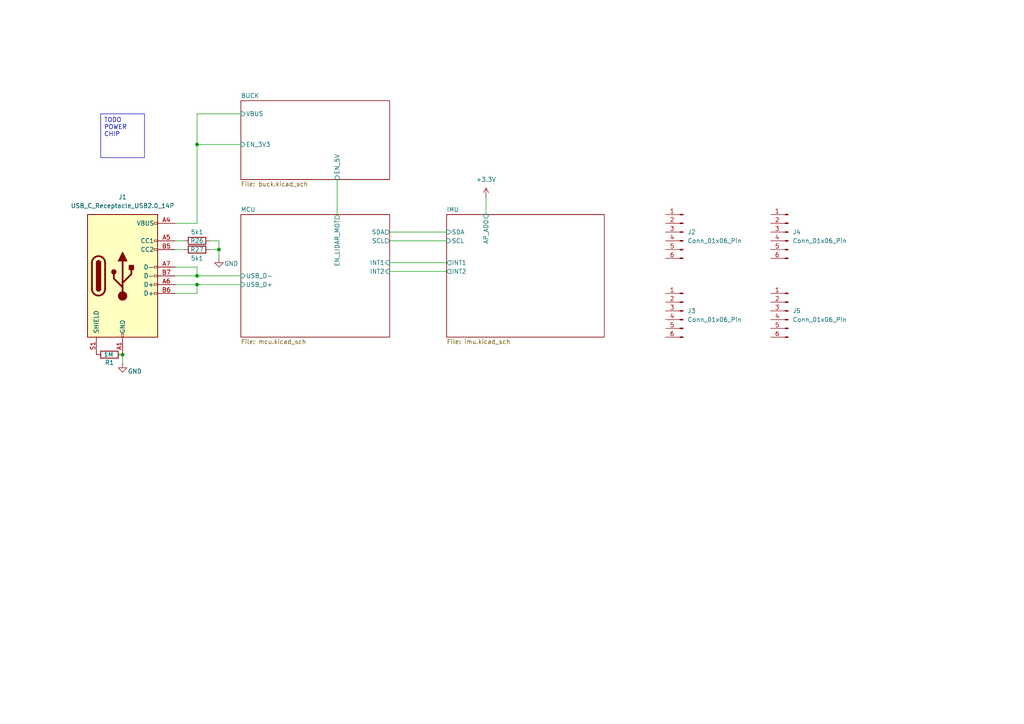
<source format=kicad_sch>
(kicad_sch (version 20250114) (generator "eeschema") (generator_version "9.0")
  (paper "A4")
  (lib_symbols
    (symbol "Connector:Conn_01x06_Pin" (pin_names (offset 1.016) (hide yes))
      (property "Reference" "J" (at 0 7.62 0))
      (property "Value" "Conn_01x06_Pin" (at 0 -10.16 0))
      (symbol "Conn_01x06_Pin_1_1"
        (rectangle (start 0.8636 5.207) (end 0 4.953) (stroke (width 0.1524)) (fill (type outline)))
        (rectangle (start 0.8636 2.667) (end 0 2.413) (stroke (width 0.1524)) (fill (type outline)))
        (rectangle (start 0.8636 0.127) (end 0 -0.127) (stroke (width 0.1524)) (fill (type outline)))
        (rectangle (start 0.8636 -2.413) (end 0 -2.667) (stroke (width 0.1524)) (fill (type outline)))
        (rectangle (start 0.8636 -4.953) (end 0 -5.207) (stroke (width 0.1524)) (fill (type outline)))
        (rectangle (start 0.8636 -7.493) (end 0 -7.747) (stroke (width 0.1524)) (fill (type outline)))
        (polyline (pts (xy 1.27 5.08) (xy 0.8636 5.08)) (stroke (width 0.1524)))
        (polyline (pts (xy 1.27 2.54) (xy 0.8636 2.54)) (stroke (width 0.1524)))
        (polyline (pts (xy 1.27 0) (xy 0.8636 0)) (stroke (width 0.1524)))
        (polyline (pts (xy 1.27 -2.54) (xy 0.8636 -2.54)) (stroke (width 0.1524)))
        (polyline (pts (xy 1.27 -5.08) (xy 0.8636 -5.08)) (stroke (width 0.1524)))
        (polyline (pts (xy 1.27 -7.62) (xy 0.8636 -7.62)) (stroke (width 0.1524)))
        (pin passive line (at 5.08 5.08 180) (length 3.81) (name "Pin_1") (number "1"))
        (pin passive line (at 5.08 2.54 180) (length 3.81) (name "Pin_2") (number "2"))
        (pin passive line (at 5.08 0 180) (length 3.81) (name "Pin_3") (number "3"))
        (pin passive line (at 5.08 -2.54 180) (length 3.81) (name "Pin_4") (number "4"))
        (pin passive line (at 5.08 -5.08 180) (length 3.81) (name "Pin_5") (number "5"))
        (pin passive line (at 5.08 -7.62 180) (length 3.81) (name "Pin_6") (number "6"))
      )
    )
    (symbol "Connector:USB_C_Receptacle_USB2.0_14P" (pin_names (offset 1.016))
      (property "Reference" "J" (at 0 22.225 0))
      (property "Value" "USB_C_Receptacle_USB2.0_14P" (at 0 19.685 0))
      (symbol "USB_C_Receptacle_USB2.0_14P_0_0"
        (rectangle (start -0.254 -17.78) (end 0.254 -16.764))
        (rectangle (start 10.16 15.494) (end 9.144 14.986))
        (rectangle (start 10.16 10.414) (end 9.144 9.906))
        (rectangle (start 10.16 7.874) (end 9.144 7.366))
        (rectangle (start 10.16 2.794) (end 9.144 2.286))
        (rectangle (start 10.16 0.254) (end 9.144 -0.254))
        (rectangle (start 10.16 -2.286) (end 9.144 -2.794))
        (rectangle (start 10.16 -4.826) (end 9.144 -5.334))
      )
      (symbol "USB_C_Receptacle_USB2.0_14P_0_1"
        (rectangle (start -10.16 17.78) (end 10.16 -17.78) (stroke (width 0.254)) (fill (type background)))
        (polyline (pts (xy -8.89 -3.81) (xy -8.89 3.81)) (stroke (width 0.508)))
        (rectangle (start -7.62 -3.81) (end -6.35 3.81) (stroke (width 0.254)) (fill (type outline)))
        (arc (start -7.62 3.81) (mid -6.985 4.4423) (end -6.35 3.81) (stroke (width 0.254)))
        (arc (start -7.62 3.81) (mid -6.985 4.4423) (end -6.35 3.81) (stroke (width 0.254)) (fill (type outline)))
        (arc (start -8.89 3.81) (mid -6.985 5.7067) (end -5.08 3.81) (stroke (width 0.508)))
        (arc (start -5.08 -3.81) (mid -6.985 -5.7067) (end -8.89 -3.81) (stroke (width 0.508)))
        (arc (start -6.35 -3.81) (mid -6.985 -4.4423) (end -7.62 -3.81) (stroke (width 0.254)))
        (arc (start -6.35 -3.81) (mid -6.985 -4.4423) (end -7.62 -3.81) (stroke (width 0.254)) (fill (type outline)))
        (polyline (pts (xy -5.08 3.81) (xy -5.08 -3.81)) (stroke (width 0.508)))
        (circle (center -2.54 1.143) (radius 0.635) (stroke (width 0.254)) (fill (type outline)))
        (polyline (pts (xy -1.27 4.318) (xy 0 6.858) (xy 1.27 4.318) (xy -1.27 4.318)) (stroke (width 0.254)) (fill (type outline)))
        (polyline (pts (xy 0 -2.032) (xy 2.54 0.508) (xy 2.54 1.778)) (stroke (width 0.508)))
        (polyline (pts (xy 0 -3.302) (xy -2.54 -0.762) (xy -2.54 0.508)) (stroke (width 0.508)))
        (polyline (pts (xy 0 -5.842) (xy 0 4.318)) (stroke (width 0.508)))
        (circle (center 0 -5.842) (radius 1.27) (fill (type outline)))
        (rectangle (start 1.905 1.778) (end 3.175 3.048) (stroke (width 0.254)) (fill (type outline)))
      )
      (symbol "USB_C_Receptacle_USB2.0_14P_1_1"
        (pin passive line (at -7.62 -22.86 90) (length 5.08) (name "SHIELD") (number "S1"))
        (pin passive line (at 0 -22.86 90) (length 5.08) (name "GND") (number "A1"))
        (pin passive line (at 0 -22.86 90) (length 5.08) (hide yes) (name "GND") (number "A12"))
        (pin passive line (at 0 -22.86 90) (length 5.08) (hide yes) (name "GND") (number "B1"))
        (pin passive line (at 0 -22.86 90) (length 5.08) (hide yes) (name "GND") (number "B12"))
        (pin passive line (at 15.24 15.24 180) (length 5.08) (name "VBUS") (number "A4"))
        (pin passive line (at 15.24 15.24 180) (length 5.08) (hide yes) (name "VBUS") (number "A9"))
        (pin passive line (at 15.24 15.24 180) (length 5.08) (hide yes) (name "VBUS") (number "B4"))
        (pin passive line (at 15.24 15.24 180) (length 5.08) (hide yes) (name "VBUS") (number "B9"))
        (pin bidirectional line (at 15.24 10.16 180) (length 5.08) (name "CC1") (number "A5"))
        (pin bidirectional line (at 15.24 7.62 180) (length 5.08) (name "CC2") (number "B5"))
        (pin bidirectional line (at 15.24 2.54 180) (length 5.08) (name "D-") (number "A7"))
        (pin bidirectional line (at 15.24 0 180) (length 5.08) (name "D-") (number "B7"))
        (pin bidirectional line (at 15.24 -2.54 180) (length 5.08) (name "D+") (number "A6"))
        (pin bidirectional line (at 15.24 -5.08 180) (length 5.08) (name "D+") (number "B6"))
      )
    )
    (symbol "Device:R" (pin_numbers (hide yes)) (pin_names (offset 0))
      (property "Reference" "R" (at 2.032 0 90))
      (property "Value" "R" (at 0 0 90))
      (symbol "R_0_1"
        (rectangle (start -1.016 -2.54) (end 1.016 2.54) (stroke (width 0.254)))
      )
      (symbol "R_1_1"
        (pin passive line (at 0 3.81 270) (length 1.27) (name "~") (number "1"))
        (pin passive line (at 0 -3.81 90) (length 1.27) (name "~") (number "2"))
      )
    )
    (symbol "power:+3.3V" (power) (pin_numbers (hide yes)) (pin_names (offset 0) (hide yes))
      (property "Value" "+3.3V" (at 0 3.556 0))
      (symbol "+3.3V_0_1"
        (polyline (pts (xy -0.762 1.27) (xy 0 2.54)))
        (polyline (pts (xy 0 2.54) (xy 0.762 1.27)))
        (polyline (pts (xy 0 0) (xy 0 2.54)))
      )
      (symbol "+3.3V_1_1"
        (pin power_in line (at 0 0 90) (length 0) (name "~") (number "1"))
      )
    )
    (symbol "power:GND" (power) (pin_numbers (hide yes)) (pin_names (offset 0) (hide yes))
      (property "Value" "GND" (at 0 -3.81 0))
      (symbol "GND_0_1"
        (polyline (pts (xy 0 0) (xy 0 -1.27) (xy 1.27 -1.27) (xy 0 -2.54) (xy -1.27 -1.27) (xy 0 -1.27)))
      )
      (symbol "GND_1_1"
        (pin power_in line (at 0 0 270) (length 0) (name "~") (number "1"))
      )
    )
  )
  (text_box "TODO POWER CHIP" (at 29.21 33.02 0) (size 12.7 12.7) (margins 0.9525 0.9525 0.9525 0.9525) (effects (font (size 1.27 1.27)) (justify left top)))
  (junction (at 35.56 102.87))
  (junction (at 57.15 80.01))
  (junction (at 57.15 41.91))
  (junction (at 57.15 82.55))
  (junction (at 63.5 72.39))
  (wire (pts (xy 50.8 80.01) (xy 57.15 80.01)))
  (wire (pts (xy 60.96 72.39) (xy 63.5 72.39)))
  (wire (pts (xy 35.56 105.41) (xy 35.56 102.87)))
  (wire (pts (xy 57.15 33.02) (xy 69.85 33.02)))
  (wire (pts (xy 57.15 80.01) (xy 69.85 80.01)))
  (wire (pts (xy 57.15 77.47) (xy 57.15 80.01)))
  (wire (pts (xy 57.15 64.77) (xy 57.15 41.91)))
  (wire (pts (xy 53.34 72.39) (xy 50.8 72.39)))
  (wire (pts (xy 50.8 64.77) (xy 57.15 64.77)))
  (wire (pts (xy 50.8 82.55) (xy 57.15 82.55)))
  (wire (pts (xy 140.97 57.15) (xy 140.97 62.23)))
  (wire (pts (xy 113.03 69.85) (xy 129.54 69.85)))
  (wire (pts (xy 60.96 69.85) (xy 63.5 69.85)))
  (wire (pts (xy 53.34 69.85) (xy 50.8 69.85)))
  (wire (pts (xy 57.15 82.55) (xy 69.85 82.55)))
  (wire (pts (xy 50.8 85.09) (xy 57.15 85.09)))
  (wire (pts (xy 113.03 67.31) (xy 129.54 67.31)))
  (wire (pts (xy 97.79 52.07) (xy 97.79 62.23)))
  (wire (pts (xy 113.03 78.74) (xy 129.54 78.74)))
  (wire (pts (xy 63.5 69.85) (xy 63.5 72.39)))
  (wire (pts (xy 113.03 76.2) (xy 129.54 76.2)))
  (wire (pts (xy 57.15 41.91) (xy 57.15 33.02)))
  (wire (pts (xy 57.15 41.91) (xy 69.85 41.91)))
  (wire (pts (xy 63.5 74.93) (xy 63.5 72.39)))
  (wire (pts (xy 57.15 85.09) (xy 57.15 82.55)))
  (wire (pts (xy 50.8 77.47) (xy 57.15 77.47)))
  (symbol (lib_id "Connector:USB_C_Receptacle_USB2.0_14P") (at 35.56 80.01 0) (unit 1)
    (property "Reference" "J1" (at 35.56 57.15 0))
    (property "Value" "USB_C_Receptacle_USB2.0_14P" (at 35.56 59.69 0))
    (property "Footprint" "Connector_USB:USB_C_Receptacle_HCTL_HC-TYPE-C-16P-01A" (effects (hide yes)))
    (property "Datasheet" "https://www.usb.org/sites/default/files/documents/usb_type-c.zip" (effects (hide yes)))
    (property "Description" "USB 2.0-only 14P Type-C Receptacle connector" (effects (hide yes)))
  )
  (symbol (lib_id "power:GND") (at 35.56 105.41 0) (unit 1)
    (property "Reference" "#PWR04" (effects (hide yes)))
    (property "Value" "GND" (at 39.116 107.696 0))
    (property "Description" "Power symbol creates a global label with name \"GND\" , ground" (effects (hide yes)))
  )
  (symbol (lib_id "power:+3.3V") (at 140.97 57.15 0) (unit 1)
    (property "Reference" "#PWR020" (effects (hide yes)))
    (property "Value" "+3.3V" (at 140.97 52.07 0))
    (property "Description" "Power symbol creates a global label with name \"+3.3V\"" (effects (hide yes)))
  )
  (symbol (lib_id "Connector:Conn_01x06_Pin") (at 198.12 67.31 0) (mirror y) (unit 1)
    (property "Reference" "J2" (at 199.39 67.3099 0) (effects (justify right)))
    (property "Value" "Conn_01x06_Pin" (at 199.39 69.8499 0) (effects (justify right)))
    (property "Footprint" "Connector_JST:JST_PH_B6B-PH-K_1x06_P2.00mm_Vertical" (effects (hide yes)))
    (property "Description" "Generic connector, single row, 01x06, script generated" (effects (hide yes)))
  )
  (symbol (lib_id "Device:R") (at 31.75 102.87 90) (unit 1)
    (property "Reference" "R1" (at 31.75 105.156 90))
    (property "Value" "1M" (at 31.496 102.87 90))
    (property "Footprint" "Resistor_SMD:R_0402_1005Metric_Pad0.72x0.64mm_HandSolder" (effects (hide yes)))
    (property "Description" "Resistor" (effects (hide yes)))
  )
  (symbol (lib_id "Connector:Conn_01x06_Pin") (at 228.6 90.17 0) (mirror y) (unit 1)
    (property "Reference" "J5" (at 229.87 90.1699 0) (effects (justify right)))
    (property "Value" "Conn_01x06_Pin" (at 229.87 92.7099 0) (effects (justify right)))
    (property "Footprint" "Connector_JST:JST_PH_B6B-PH-K_1x06_P2.00mm_Vertical" (effects (hide yes)))
    (property "Description" "Generic connector, single row, 01x06, script generated" (effects (hide yes)))
  )
  (symbol (lib_id "power:GND") (at 63.5 74.93 0) (unit 1)
    (property "Reference" "#PWR076" (effects (hide yes)))
    (property "Value" "GND" (at 67.056 76.454 0))
  )
  (symbol (lib_id "Connector:Conn_01x06_Pin") (at 198.12 90.17 0) (mirror y) (unit 1)
    (property "Reference" "J3" (at 199.39 90.1699 0) (effects (justify right)))
    (property "Value" "Conn_01x06_Pin" (at 199.39 92.7099 0) (effects (justify right)))
    (property "Footprint" "Connector_JST:JST_PH_B6B-PH-K_1x06_P2.00mm_Vertical" (effects (hide yes)))
    (property "Description" "Generic connector, single row, 01x06, script generated" (effects (hide yes)))
  )
  (symbol (lib_id "Connector:Conn_01x06_Pin") (at 228.6 67.31 0) (mirror y) (unit 1)
    (property "Reference" "J4" (at 229.87 67.3099 0) (effects (justify right)))
    (property "Value" "Conn_01x06_Pin" (at 229.87 69.8499 0) (effects (justify right)))
    (property "Footprint" "Connector_JST:JST_PH_B6B-PH-K_1x06_P2.00mm_Vertical" (effects (hide yes)))
    (property "Description" "Generic connector, single row, 01x06, script generated" (effects (hide yes)))
  )
  (symbol (lib_id "Device:R") (at 57.15 72.39 90) (unit 1)
    (property "Reference" "R27" (at 57.15 72.39 90))
    (property "Value" "5k1" (at 57.15 74.93 90))
    (property "Footprint" "Resistor_SMD:R_0402_1005Metric" (effects (hide yes)))
    (property "LCSC" "C25905" (effects (hide yes)))
    (property "JLC" "0402" (effects (hide yes)))
  )
  (symbol (lib_id "Device:R") (at 57.15 69.85 90) (unit 1)
    (property "Reference" "R26" (at 57.15 69.85 90))
    (property "Value" "5k1" (at 57.15 67.31 90))
    (property "Footprint" "Resistor_SMD:R_0402_1005Metric" (effects (hide yes)))
    (property "LCSC" "C25905" (effects (hide yes)))
    (property "JLC" "0402" (effects (hide yes)))
  )
  (sheet (at 129.54 62.23) (size 45.72 35.56) (stroke (width 0.1524))
    (property "Sheetname" "IMU" (at 129.54 61.5184 0) (effects (justify left bottom)))
    (property "Sheetfile" "imu.kicad_sch" (at 129.54 98.3746 0) (effects (justify left top)))
    (pin "SDA" input (at 129.54 67.31 180))
    (pin "SCL" input (at 129.54 69.85 180))
    (pin "AP_AD0" input (at 140.97 62.23 90))
    (pin "INT1" output (at 129.54 76.2 180))
    (pin "INT2" output (at 129.54 78.74 180))
  )
  (sheet (at 69.85 62.23) (size 43.18 35.56) (stroke (width 0.1524))
    (property "Sheetname" "MCU" (at 69.85 61.5184 0) (effects (justify left bottom)))
    (property "Sheetfile" "mcu.kicad_sch" (at 69.85 98.3746 0) (effects (justify left top)))
    (pin "USB_D+" input (at 69.85 82.55 180))
    (pin "USB_D-" input (at 69.85 80.01 180))
    (pin "EN_LIDAR_MOT" output (at 97.79 62.23 90))
    (pin "INT1" input (at 113.03 76.2 0))
    (pin "INT2" input (at 113.03 78.74 0))
    (pin "SCL" output (at 113.03 69.85 0))
    (pin "SDA" output (at 113.03 67.31 0))
  )
  (sheet (at 69.85 29.21) (size 43.18 22.86) (stroke (width 0.1524))
    (property "Sheetname" "BUCK" (at 69.85 28.4984 0) (effects (justify left bottom)))
    (property "Sheetfile" "buck.kicad_sch" (at 69.85 52.6546 0) (effects (justify left top)))
    (pin "VBUS" input (at 69.85 33.02 180))
    (pin "EN_5V" input (at 97.79 52.07 270))
    (pin "EN_3V3" input (at 69.85 41.91 180))
  )
)
</source>
